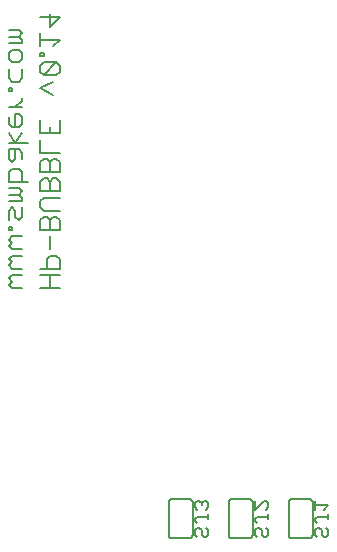
<source format=gbo>
G04 EAGLE Gerber RS-274X export*
G75*
%MOMM*%
%FSLAX34Y34*%
%LPD*%
%INSilkscreen Bottom*%
%IPPOS*%
%AMOC8*
5,1,8,0,0,1.08239X$1,22.5*%
G01*
%ADD10C,0.152400*%
%ADD11C,0.127000*%


D10*
X-1896618Y207874D02*
X-1880348Y207874D01*
X-1888483Y207874D02*
X-1888483Y218721D01*
X-1880348Y218721D02*
X-1896618Y218721D01*
X-1896618Y224245D02*
X-1880348Y224245D01*
X-1880348Y232380D01*
X-1883060Y235092D01*
X-1888483Y235092D01*
X-1891195Y232380D01*
X-1891195Y224245D01*
X-1888483Y240617D02*
X-1888483Y251464D01*
X-1896618Y256989D02*
X-1880348Y256989D01*
X-1880348Y265124D01*
X-1883060Y267835D01*
X-1885771Y267835D01*
X-1888483Y265124D01*
X-1891195Y267835D01*
X-1893906Y267835D01*
X-1896618Y265124D01*
X-1896618Y256989D01*
X-1888483Y256989D02*
X-1888483Y265124D01*
X-1893906Y273360D02*
X-1880348Y273360D01*
X-1893906Y273360D02*
X-1896618Y276072D01*
X-1896618Y281495D01*
X-1893906Y284207D01*
X-1880348Y284207D01*
X-1880348Y289732D02*
X-1896618Y289732D01*
X-1880348Y289732D02*
X-1880348Y297867D01*
X-1883060Y300578D01*
X-1885771Y300578D01*
X-1888483Y297867D01*
X-1891195Y300578D01*
X-1893906Y300578D01*
X-1896618Y297867D01*
X-1896618Y289732D01*
X-1888483Y289732D02*
X-1888483Y297867D01*
X-1896618Y306103D02*
X-1880348Y306103D01*
X-1880348Y314238D01*
X-1883060Y316950D01*
X-1885771Y316950D01*
X-1888483Y314238D01*
X-1891195Y316950D01*
X-1893906Y316950D01*
X-1896618Y314238D01*
X-1896618Y306103D01*
X-1888483Y306103D02*
X-1888483Y314238D01*
X-1880348Y322475D02*
X-1896618Y322475D01*
X-1896618Y333321D01*
X-1880348Y338846D02*
X-1880348Y349693D01*
X-1880348Y338846D02*
X-1896618Y338846D01*
X-1896618Y349693D01*
X-1888483Y344270D02*
X-1888483Y338846D01*
X-1885771Y371590D02*
X-1896618Y377013D01*
X-1885771Y382436D01*
X-1883060Y387961D02*
X-1893906Y387961D01*
X-1883060Y387961D02*
X-1880348Y390673D01*
X-1880348Y396096D01*
X-1883060Y398808D01*
X-1893906Y398808D01*
X-1896618Y396096D01*
X-1896618Y390673D01*
X-1893906Y387961D01*
X-1883060Y398808D01*
X-1893906Y404333D02*
X-1896618Y404333D01*
X-1893906Y404333D02*
X-1893906Y407044D01*
X-1896618Y407044D01*
X-1896618Y404333D01*
X-1885771Y412518D02*
X-1880348Y417942D01*
X-1896618Y417942D01*
X-1896618Y423365D02*
X-1896618Y412518D01*
X-1896618Y437025D02*
X-1880348Y437025D01*
X-1888483Y428890D01*
X-1888483Y439737D01*
X-1912441Y207874D02*
X-1920576Y207874D01*
X-1923288Y210586D01*
X-1920576Y213297D01*
X-1923288Y216009D01*
X-1920576Y218721D01*
X-1912441Y218721D01*
X-1912441Y224245D02*
X-1920576Y224245D01*
X-1923288Y226957D01*
X-1920576Y229669D01*
X-1923288Y232380D01*
X-1920576Y235092D01*
X-1912441Y235092D01*
X-1912441Y240617D02*
X-1920576Y240617D01*
X-1923288Y243329D01*
X-1920576Y246040D01*
X-1923288Y248752D01*
X-1920576Y251464D01*
X-1912441Y251464D01*
X-1920576Y256989D02*
X-1923288Y256989D01*
X-1920576Y256989D02*
X-1920576Y259700D01*
X-1923288Y259700D01*
X-1923288Y256989D01*
X-1923288Y265174D02*
X-1923288Y273309D01*
X-1920576Y276021D01*
X-1917865Y273309D01*
X-1917865Y267886D01*
X-1915153Y265174D01*
X-1912441Y267886D01*
X-1912441Y276021D01*
X-1912441Y281546D02*
X-1923288Y281546D01*
X-1912441Y281546D02*
X-1912441Y284258D01*
X-1915153Y286969D01*
X-1923288Y286969D01*
X-1915153Y286969D02*
X-1912441Y289681D01*
X-1915153Y292393D01*
X-1923288Y292393D01*
X-1923288Y297918D02*
X-1907018Y297918D01*
X-1923288Y297918D02*
X-1923288Y306052D01*
X-1920576Y308764D01*
X-1915153Y308764D01*
X-1912441Y306052D01*
X-1912441Y297918D01*
X-1912441Y317001D02*
X-1912441Y322424D01*
X-1915153Y325136D01*
X-1923288Y325136D01*
X-1923288Y317001D01*
X-1920576Y314289D01*
X-1917865Y317001D01*
X-1917865Y325136D01*
X-1923288Y330661D02*
X-1907018Y330661D01*
X-1917865Y330661D02*
X-1923288Y338796D01*
X-1917865Y330661D02*
X-1912441Y338796D01*
X-1923288Y347015D02*
X-1923288Y352439D01*
X-1923288Y347015D02*
X-1920576Y344304D01*
X-1915153Y344304D01*
X-1912441Y347015D01*
X-1912441Y352439D01*
X-1915153Y355150D01*
X-1917865Y355150D01*
X-1917865Y344304D01*
X-1923288Y360675D02*
X-1912441Y360675D01*
X-1912441Y366098D02*
X-1917865Y360675D01*
X-1912441Y366098D02*
X-1912441Y368810D01*
X-1920576Y374318D02*
X-1923288Y374318D01*
X-1920576Y374318D02*
X-1920576Y377030D01*
X-1923288Y377030D01*
X-1923288Y374318D01*
X-1912441Y385216D02*
X-1912441Y393351D01*
X-1912441Y385216D02*
X-1915153Y382504D01*
X-1920576Y382504D01*
X-1923288Y385216D01*
X-1923288Y393351D01*
X-1923288Y401587D02*
X-1923288Y407010D01*
X-1920576Y409722D01*
X-1915153Y409722D01*
X-1912441Y407010D01*
X-1912441Y401587D01*
X-1915153Y398875D01*
X-1920576Y398875D01*
X-1923288Y401587D01*
X-1923288Y415247D02*
X-1912441Y415247D01*
X-1912441Y417959D01*
X-1915153Y420670D01*
X-1923288Y420670D01*
X-1915153Y420670D02*
X-1912441Y423382D01*
X-1915153Y426094D01*
X-1923288Y426094D01*
X-1686560Y26670D02*
X-1686560Y-1270D01*
X-1666240Y26670D02*
X-1666242Y26770D01*
X-1666248Y26869D01*
X-1666258Y26969D01*
X-1666271Y27067D01*
X-1666289Y27166D01*
X-1666310Y27263D01*
X-1666335Y27359D01*
X-1666364Y27455D01*
X-1666397Y27549D01*
X-1666433Y27642D01*
X-1666473Y27733D01*
X-1666517Y27823D01*
X-1666564Y27911D01*
X-1666614Y27997D01*
X-1666668Y28081D01*
X-1666725Y28163D01*
X-1666785Y28242D01*
X-1666849Y28320D01*
X-1666915Y28394D01*
X-1666984Y28466D01*
X-1667056Y28535D01*
X-1667130Y28601D01*
X-1667208Y28665D01*
X-1667287Y28725D01*
X-1667369Y28782D01*
X-1667453Y28836D01*
X-1667539Y28886D01*
X-1667627Y28933D01*
X-1667717Y28977D01*
X-1667808Y29017D01*
X-1667901Y29053D01*
X-1667995Y29086D01*
X-1668091Y29115D01*
X-1668187Y29140D01*
X-1668284Y29161D01*
X-1668383Y29179D01*
X-1668481Y29192D01*
X-1668581Y29202D01*
X-1668680Y29208D01*
X-1668780Y29210D01*
X-1666240Y-1270D02*
X-1666242Y-1370D01*
X-1666248Y-1469D01*
X-1666258Y-1569D01*
X-1666271Y-1667D01*
X-1666289Y-1766D01*
X-1666310Y-1863D01*
X-1666335Y-1959D01*
X-1666364Y-2055D01*
X-1666397Y-2149D01*
X-1666433Y-2242D01*
X-1666473Y-2333D01*
X-1666517Y-2423D01*
X-1666564Y-2511D01*
X-1666614Y-2597D01*
X-1666668Y-2681D01*
X-1666725Y-2763D01*
X-1666785Y-2842D01*
X-1666849Y-2920D01*
X-1666915Y-2994D01*
X-1666984Y-3066D01*
X-1667056Y-3135D01*
X-1667130Y-3201D01*
X-1667208Y-3265D01*
X-1667287Y-3325D01*
X-1667369Y-3382D01*
X-1667453Y-3436D01*
X-1667539Y-3486D01*
X-1667627Y-3533D01*
X-1667717Y-3577D01*
X-1667808Y-3617D01*
X-1667901Y-3653D01*
X-1667995Y-3686D01*
X-1668091Y-3715D01*
X-1668187Y-3740D01*
X-1668284Y-3761D01*
X-1668383Y-3779D01*
X-1668481Y-3792D01*
X-1668581Y-3802D01*
X-1668680Y-3808D01*
X-1668780Y-3810D01*
X-1684020Y-3810D02*
X-1684120Y-3808D01*
X-1684219Y-3802D01*
X-1684319Y-3792D01*
X-1684417Y-3779D01*
X-1684516Y-3761D01*
X-1684613Y-3740D01*
X-1684709Y-3715D01*
X-1684805Y-3686D01*
X-1684899Y-3653D01*
X-1684992Y-3617D01*
X-1685083Y-3577D01*
X-1685173Y-3533D01*
X-1685261Y-3486D01*
X-1685347Y-3436D01*
X-1685431Y-3382D01*
X-1685513Y-3325D01*
X-1685592Y-3265D01*
X-1685670Y-3201D01*
X-1685744Y-3135D01*
X-1685816Y-3066D01*
X-1685885Y-2994D01*
X-1685951Y-2920D01*
X-1686015Y-2842D01*
X-1686075Y-2763D01*
X-1686132Y-2681D01*
X-1686186Y-2597D01*
X-1686236Y-2511D01*
X-1686283Y-2423D01*
X-1686327Y-2333D01*
X-1686367Y-2242D01*
X-1686403Y-2149D01*
X-1686436Y-2055D01*
X-1686465Y-1959D01*
X-1686490Y-1863D01*
X-1686511Y-1766D01*
X-1686529Y-1667D01*
X-1686542Y-1569D01*
X-1686552Y-1469D01*
X-1686558Y-1370D01*
X-1686560Y-1270D01*
X-1686560Y26670D02*
X-1686558Y26770D01*
X-1686552Y26869D01*
X-1686542Y26969D01*
X-1686529Y27067D01*
X-1686511Y27166D01*
X-1686490Y27263D01*
X-1686465Y27359D01*
X-1686436Y27455D01*
X-1686403Y27549D01*
X-1686367Y27642D01*
X-1686327Y27733D01*
X-1686283Y27823D01*
X-1686236Y27911D01*
X-1686186Y27997D01*
X-1686132Y28081D01*
X-1686075Y28163D01*
X-1686015Y28242D01*
X-1685951Y28320D01*
X-1685885Y28394D01*
X-1685816Y28466D01*
X-1685744Y28535D01*
X-1685670Y28601D01*
X-1685592Y28665D01*
X-1685513Y28725D01*
X-1685431Y28782D01*
X-1685347Y28836D01*
X-1685261Y28886D01*
X-1685173Y28933D01*
X-1685083Y28977D01*
X-1684992Y29017D01*
X-1684899Y29053D01*
X-1684805Y29086D01*
X-1684709Y29115D01*
X-1684613Y29140D01*
X-1684516Y29161D01*
X-1684417Y29179D01*
X-1684319Y29192D01*
X-1684219Y29202D01*
X-1684120Y29208D01*
X-1684020Y29210D01*
X-1668780Y29210D01*
X-1668780Y-3810D02*
X-1684020Y-3810D01*
X-1666240Y-1270D02*
X-1666240Y26670D01*
D11*
X-1654802Y4452D02*
X-1652895Y2545D01*
X-1652895Y-1268D01*
X-1654802Y-3175D01*
X-1656709Y-3175D01*
X-1658615Y-1268D01*
X-1658615Y2545D01*
X-1660522Y4452D01*
X-1662428Y4452D01*
X-1664335Y2545D01*
X-1664335Y-1268D01*
X-1662428Y-3175D01*
X-1662428Y8519D02*
X-1664335Y10426D01*
X-1664335Y12332D01*
X-1662428Y14239D01*
X-1652895Y14239D01*
X-1652895Y16145D02*
X-1652895Y12332D01*
X-1656709Y20213D02*
X-1652895Y24026D01*
X-1664335Y24026D01*
X-1664335Y20213D02*
X-1664335Y27839D01*
D10*
X-1737360Y26670D02*
X-1737360Y-1270D01*
X-1717040Y26670D02*
X-1717042Y26770D01*
X-1717048Y26869D01*
X-1717058Y26969D01*
X-1717071Y27067D01*
X-1717089Y27166D01*
X-1717110Y27263D01*
X-1717135Y27359D01*
X-1717164Y27455D01*
X-1717197Y27549D01*
X-1717233Y27642D01*
X-1717273Y27733D01*
X-1717317Y27823D01*
X-1717364Y27911D01*
X-1717414Y27997D01*
X-1717468Y28081D01*
X-1717525Y28163D01*
X-1717585Y28242D01*
X-1717649Y28320D01*
X-1717715Y28394D01*
X-1717784Y28466D01*
X-1717856Y28535D01*
X-1717930Y28601D01*
X-1718008Y28665D01*
X-1718087Y28725D01*
X-1718169Y28782D01*
X-1718253Y28836D01*
X-1718339Y28886D01*
X-1718427Y28933D01*
X-1718517Y28977D01*
X-1718608Y29017D01*
X-1718701Y29053D01*
X-1718795Y29086D01*
X-1718891Y29115D01*
X-1718987Y29140D01*
X-1719084Y29161D01*
X-1719183Y29179D01*
X-1719281Y29192D01*
X-1719381Y29202D01*
X-1719480Y29208D01*
X-1719580Y29210D01*
X-1717040Y-1270D02*
X-1717042Y-1370D01*
X-1717048Y-1469D01*
X-1717058Y-1569D01*
X-1717071Y-1667D01*
X-1717089Y-1766D01*
X-1717110Y-1863D01*
X-1717135Y-1959D01*
X-1717164Y-2055D01*
X-1717197Y-2149D01*
X-1717233Y-2242D01*
X-1717273Y-2333D01*
X-1717317Y-2423D01*
X-1717364Y-2511D01*
X-1717414Y-2597D01*
X-1717468Y-2681D01*
X-1717525Y-2763D01*
X-1717585Y-2842D01*
X-1717649Y-2920D01*
X-1717715Y-2994D01*
X-1717784Y-3066D01*
X-1717856Y-3135D01*
X-1717930Y-3201D01*
X-1718008Y-3265D01*
X-1718087Y-3325D01*
X-1718169Y-3382D01*
X-1718253Y-3436D01*
X-1718339Y-3486D01*
X-1718427Y-3533D01*
X-1718517Y-3577D01*
X-1718608Y-3617D01*
X-1718701Y-3653D01*
X-1718795Y-3686D01*
X-1718891Y-3715D01*
X-1718987Y-3740D01*
X-1719084Y-3761D01*
X-1719183Y-3779D01*
X-1719281Y-3792D01*
X-1719381Y-3802D01*
X-1719480Y-3808D01*
X-1719580Y-3810D01*
X-1734820Y-3810D02*
X-1734920Y-3808D01*
X-1735019Y-3802D01*
X-1735119Y-3792D01*
X-1735217Y-3779D01*
X-1735316Y-3761D01*
X-1735413Y-3740D01*
X-1735509Y-3715D01*
X-1735605Y-3686D01*
X-1735699Y-3653D01*
X-1735792Y-3617D01*
X-1735883Y-3577D01*
X-1735973Y-3533D01*
X-1736061Y-3486D01*
X-1736147Y-3436D01*
X-1736231Y-3382D01*
X-1736313Y-3325D01*
X-1736392Y-3265D01*
X-1736470Y-3201D01*
X-1736544Y-3135D01*
X-1736616Y-3066D01*
X-1736685Y-2994D01*
X-1736751Y-2920D01*
X-1736815Y-2842D01*
X-1736875Y-2763D01*
X-1736932Y-2681D01*
X-1736986Y-2597D01*
X-1737036Y-2511D01*
X-1737083Y-2423D01*
X-1737127Y-2333D01*
X-1737167Y-2242D01*
X-1737203Y-2149D01*
X-1737236Y-2055D01*
X-1737265Y-1959D01*
X-1737290Y-1863D01*
X-1737311Y-1766D01*
X-1737329Y-1667D01*
X-1737342Y-1569D01*
X-1737352Y-1469D01*
X-1737358Y-1370D01*
X-1737360Y-1270D01*
X-1737360Y26670D02*
X-1737358Y26770D01*
X-1737352Y26869D01*
X-1737342Y26969D01*
X-1737329Y27067D01*
X-1737311Y27166D01*
X-1737290Y27263D01*
X-1737265Y27359D01*
X-1737236Y27455D01*
X-1737203Y27549D01*
X-1737167Y27642D01*
X-1737127Y27733D01*
X-1737083Y27823D01*
X-1737036Y27911D01*
X-1736986Y27997D01*
X-1736932Y28081D01*
X-1736875Y28163D01*
X-1736815Y28242D01*
X-1736751Y28320D01*
X-1736685Y28394D01*
X-1736616Y28466D01*
X-1736544Y28535D01*
X-1736470Y28601D01*
X-1736392Y28665D01*
X-1736313Y28725D01*
X-1736231Y28782D01*
X-1736147Y28836D01*
X-1736061Y28886D01*
X-1735973Y28933D01*
X-1735883Y28977D01*
X-1735792Y29017D01*
X-1735699Y29053D01*
X-1735605Y29086D01*
X-1735509Y29115D01*
X-1735413Y29140D01*
X-1735316Y29161D01*
X-1735217Y29179D01*
X-1735119Y29192D01*
X-1735019Y29202D01*
X-1734920Y29208D01*
X-1734820Y29210D01*
X-1719580Y29210D01*
X-1719580Y-3810D02*
X-1734820Y-3810D01*
X-1717040Y-1270D02*
X-1717040Y26670D01*
D11*
X-1705602Y4452D02*
X-1703695Y2545D01*
X-1703695Y-1268D01*
X-1705602Y-3175D01*
X-1707509Y-3175D01*
X-1709415Y-1268D01*
X-1709415Y2545D01*
X-1711322Y4452D01*
X-1713228Y4452D01*
X-1715135Y2545D01*
X-1715135Y-1268D01*
X-1713228Y-3175D01*
X-1713228Y8519D02*
X-1715135Y10426D01*
X-1715135Y12332D01*
X-1713228Y14239D01*
X-1703695Y14239D01*
X-1703695Y16145D02*
X-1703695Y12332D01*
X-1715135Y20213D02*
X-1715135Y27839D01*
X-1715135Y20213D02*
X-1707509Y27839D01*
X-1705602Y27839D01*
X-1703695Y25933D01*
X-1703695Y22120D01*
X-1705602Y20213D01*
D10*
X-1788160Y26670D02*
X-1788160Y-1270D01*
X-1767840Y26670D02*
X-1767842Y26770D01*
X-1767848Y26869D01*
X-1767858Y26969D01*
X-1767871Y27067D01*
X-1767889Y27166D01*
X-1767910Y27263D01*
X-1767935Y27359D01*
X-1767964Y27455D01*
X-1767997Y27549D01*
X-1768033Y27642D01*
X-1768073Y27733D01*
X-1768117Y27823D01*
X-1768164Y27911D01*
X-1768214Y27997D01*
X-1768268Y28081D01*
X-1768325Y28163D01*
X-1768385Y28242D01*
X-1768449Y28320D01*
X-1768515Y28394D01*
X-1768584Y28466D01*
X-1768656Y28535D01*
X-1768730Y28601D01*
X-1768808Y28665D01*
X-1768887Y28725D01*
X-1768969Y28782D01*
X-1769053Y28836D01*
X-1769139Y28886D01*
X-1769227Y28933D01*
X-1769317Y28977D01*
X-1769408Y29017D01*
X-1769501Y29053D01*
X-1769595Y29086D01*
X-1769691Y29115D01*
X-1769787Y29140D01*
X-1769884Y29161D01*
X-1769983Y29179D01*
X-1770081Y29192D01*
X-1770181Y29202D01*
X-1770280Y29208D01*
X-1770380Y29210D01*
X-1767840Y-1270D02*
X-1767842Y-1370D01*
X-1767848Y-1469D01*
X-1767858Y-1569D01*
X-1767871Y-1667D01*
X-1767889Y-1766D01*
X-1767910Y-1863D01*
X-1767935Y-1959D01*
X-1767964Y-2055D01*
X-1767997Y-2149D01*
X-1768033Y-2242D01*
X-1768073Y-2333D01*
X-1768117Y-2423D01*
X-1768164Y-2511D01*
X-1768214Y-2597D01*
X-1768268Y-2681D01*
X-1768325Y-2763D01*
X-1768385Y-2842D01*
X-1768449Y-2920D01*
X-1768515Y-2994D01*
X-1768584Y-3066D01*
X-1768656Y-3135D01*
X-1768730Y-3201D01*
X-1768808Y-3265D01*
X-1768887Y-3325D01*
X-1768969Y-3382D01*
X-1769053Y-3436D01*
X-1769139Y-3486D01*
X-1769227Y-3533D01*
X-1769317Y-3577D01*
X-1769408Y-3617D01*
X-1769501Y-3653D01*
X-1769595Y-3686D01*
X-1769691Y-3715D01*
X-1769787Y-3740D01*
X-1769884Y-3761D01*
X-1769983Y-3779D01*
X-1770081Y-3792D01*
X-1770181Y-3802D01*
X-1770280Y-3808D01*
X-1770380Y-3810D01*
X-1785620Y-3810D02*
X-1785720Y-3808D01*
X-1785819Y-3802D01*
X-1785919Y-3792D01*
X-1786017Y-3779D01*
X-1786116Y-3761D01*
X-1786213Y-3740D01*
X-1786309Y-3715D01*
X-1786405Y-3686D01*
X-1786499Y-3653D01*
X-1786592Y-3617D01*
X-1786683Y-3577D01*
X-1786773Y-3533D01*
X-1786861Y-3486D01*
X-1786947Y-3436D01*
X-1787031Y-3382D01*
X-1787113Y-3325D01*
X-1787192Y-3265D01*
X-1787270Y-3201D01*
X-1787344Y-3135D01*
X-1787416Y-3066D01*
X-1787485Y-2994D01*
X-1787551Y-2920D01*
X-1787615Y-2842D01*
X-1787675Y-2763D01*
X-1787732Y-2681D01*
X-1787786Y-2597D01*
X-1787836Y-2511D01*
X-1787883Y-2423D01*
X-1787927Y-2333D01*
X-1787967Y-2242D01*
X-1788003Y-2149D01*
X-1788036Y-2055D01*
X-1788065Y-1959D01*
X-1788090Y-1863D01*
X-1788111Y-1766D01*
X-1788129Y-1667D01*
X-1788142Y-1569D01*
X-1788152Y-1469D01*
X-1788158Y-1370D01*
X-1788160Y-1270D01*
X-1788160Y26670D02*
X-1788158Y26770D01*
X-1788152Y26869D01*
X-1788142Y26969D01*
X-1788129Y27067D01*
X-1788111Y27166D01*
X-1788090Y27263D01*
X-1788065Y27359D01*
X-1788036Y27455D01*
X-1788003Y27549D01*
X-1787967Y27642D01*
X-1787927Y27733D01*
X-1787883Y27823D01*
X-1787836Y27911D01*
X-1787786Y27997D01*
X-1787732Y28081D01*
X-1787675Y28163D01*
X-1787615Y28242D01*
X-1787551Y28320D01*
X-1787485Y28394D01*
X-1787416Y28466D01*
X-1787344Y28535D01*
X-1787270Y28601D01*
X-1787192Y28665D01*
X-1787113Y28725D01*
X-1787031Y28782D01*
X-1786947Y28836D01*
X-1786861Y28886D01*
X-1786773Y28933D01*
X-1786683Y28977D01*
X-1786592Y29017D01*
X-1786499Y29053D01*
X-1786405Y29086D01*
X-1786309Y29115D01*
X-1786213Y29140D01*
X-1786116Y29161D01*
X-1786017Y29179D01*
X-1785919Y29192D01*
X-1785819Y29202D01*
X-1785720Y29208D01*
X-1785620Y29210D01*
X-1770380Y29210D01*
X-1770380Y-3810D02*
X-1785620Y-3810D01*
X-1767840Y-1270D02*
X-1767840Y26670D01*
D11*
X-1756402Y4452D02*
X-1754495Y2545D01*
X-1754495Y-1268D01*
X-1756402Y-3175D01*
X-1758309Y-3175D01*
X-1760215Y-1268D01*
X-1760215Y2545D01*
X-1762122Y4452D01*
X-1764028Y4452D01*
X-1765935Y2545D01*
X-1765935Y-1268D01*
X-1764028Y-3175D01*
X-1764028Y8519D02*
X-1765935Y10426D01*
X-1765935Y12332D01*
X-1764028Y14239D01*
X-1754495Y14239D01*
X-1754495Y16145D02*
X-1754495Y12332D01*
X-1756402Y20213D02*
X-1754495Y22120D01*
X-1754495Y25933D01*
X-1756402Y27839D01*
X-1758309Y27839D01*
X-1760215Y25933D01*
X-1760215Y24026D01*
X-1760215Y25933D02*
X-1762122Y27839D01*
X-1764028Y27839D01*
X-1765935Y25933D01*
X-1765935Y22120D01*
X-1764028Y20213D01*
M02*

</source>
